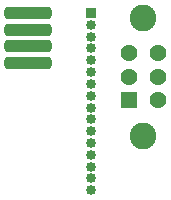
<source format=gbr>
%TF.GenerationSoftware,KiCad,Pcbnew,7.0.5-0*%
%TF.CreationDate,2023-06-18T22:27:15-04:00*%
%TF.ProjectId,esp_connectors,6573705f-636f-46e6-9e65-63746f72732e,rev?*%
%TF.SameCoordinates,Original*%
%TF.FileFunction,Soldermask,Top*%
%TF.FilePolarity,Negative*%
%FSLAX46Y46*%
G04 Gerber Fmt 4.6, Leading zero omitted, Abs format (unit mm)*
G04 Created by KiCad (PCBNEW 7.0.5-0) date 2023-06-18 22:27:15*
%MOMM*%
%LPD*%
G01*
G04 APERTURE LIST*
G04 Aperture macros list*
%AMRoundRect*
0 Rectangle with rounded corners*
0 $1 Rounding radius*
0 $2 $3 $4 $5 $6 $7 $8 $9 X,Y pos of 4 corners*
0 Add a 4 corners polygon primitive as box body*
4,1,4,$2,$3,$4,$5,$6,$7,$8,$9,$2,$3,0*
0 Add four circle primitives for the rounded corners*
1,1,$1+$1,$2,$3*
1,1,$1+$1,$4,$5*
1,1,$1+$1,$6,$7*
1,1,$1+$1,$8,$9*
0 Add four rect primitives between the rounded corners*
20,1,$1+$1,$2,$3,$4,$5,0*
20,1,$1+$1,$4,$5,$6,$7,0*
20,1,$1+$1,$6,$7,$8,$9,0*
20,1,$1+$1,$8,$9,$2,$3,0*%
G04 Aperture macros list end*
%ADD10R,0.850000X0.850000*%
%ADD11O,0.850000X0.850000*%
%ADD12RoundRect,0.250000X-1.750000X0.250000X-1.750000X-0.250000X1.750000X-0.250000X1.750000X0.250000X0*%
%ADD13R,1.438000X1.438000*%
%ADD14C,1.438000*%
%ADD15C,2.265000*%
G04 APERTURE END LIST*
D10*
%TO.C,J1*%
X160000000Y-81200000D03*
D11*
X160000000Y-82200000D03*
X160000000Y-83200000D03*
X160000000Y-84200000D03*
X160000000Y-85200000D03*
X160000000Y-86200000D03*
X160000000Y-87200000D03*
X160000000Y-88200000D03*
X160000000Y-89200000D03*
X160000000Y-90200000D03*
X160000000Y-91200000D03*
X160000000Y-92200000D03*
X160000000Y-93200000D03*
X160000000Y-94200000D03*
X160000000Y-95200000D03*
X160000000Y-96200000D03*
%TD*%
D12*
%TO.C,Vc*%
X154600000Y-82600000D03*
%TD*%
%TO.C,Gn*%
X154600000Y-84000000D03*
%TD*%
%TO.C,D4*%
X154600000Y-85400000D03*
%TD*%
%TO.C,Vc*%
X154600000Y-81200000D03*
%TD*%
D13*
%TO.C,S1*%
X163150000Y-88600000D03*
D14*
X163150000Y-86600000D03*
X163150000Y-84600000D03*
X165650000Y-88600000D03*
X165650000Y-86600000D03*
X165650000Y-84600000D03*
D15*
X164400000Y-91600000D03*
X164400000Y-81600000D03*
%TD*%
M02*

</source>
